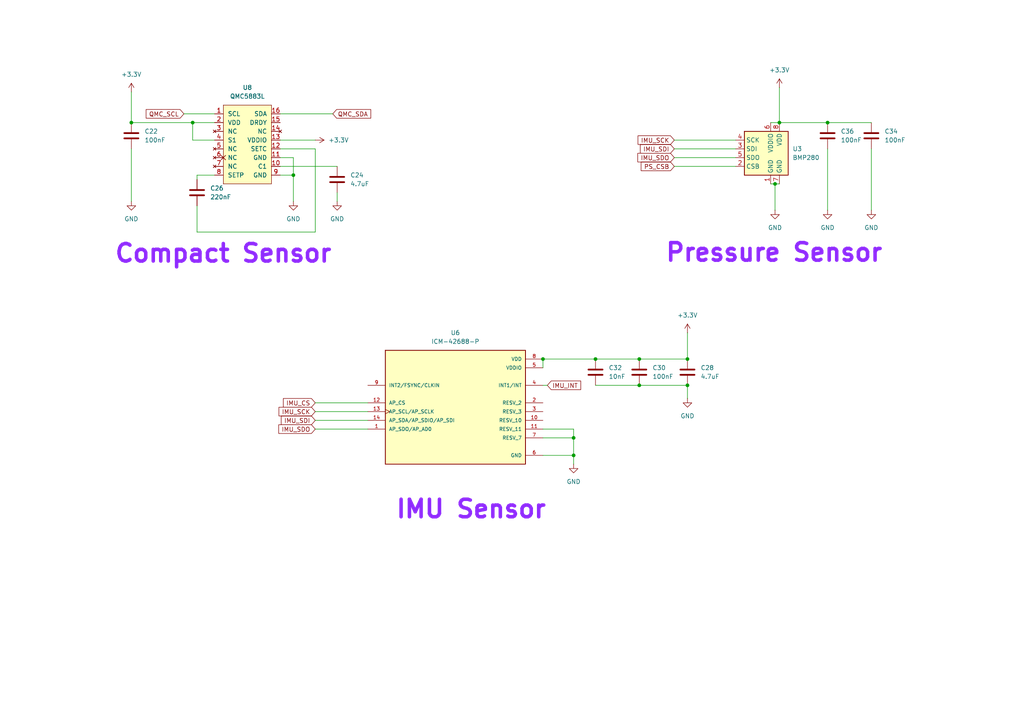
<source format=kicad_sch>
(kicad_sch (version 20250114) (generator "eeschema") (generator_version "9.0")
  (paper "A4")
  (lib_symbols
    (symbol "Device:CAP0402" (pin_numbers (hide yes)) (pin_names (offset 0.254))
      (property "Reference" "C" (at 0.635 2.54 0))
      (property "Value" "?uF" (at 0.635 -2.54 0))
      (symbol "CAP0402_0_1"
        (polyline (pts (xy -2.032 0.762) (xy 2.032 0.762)) (stroke (width 0.508)))
        (polyline (pts (xy -2.032 -0.762) (xy 2.032 -0.762)) (stroke (width 0.508)))
      )
      (symbol "CAP0402_1_1"
        (pin passive line (at 0 3.81 270) (length 2.794) (name "~") (number "1"))
        (pin passive line (at 0 -3.81 90) (length 2.794) (name "~") (number "2"))
      )
    )
    (symbol "Sensor_Magnetic:QMC5883L" (pin_names (offset 1.27))
      (property "Reference" "U" (at 0.508 1.27 0))
      (property "Value" "QMC5883L" (at 9.906 -24.13 0))
      (symbol "QMC5883L_1_1"
        (rectangle (start 0 0) (end 13.97 -22.86) (fill (type background)))
        (pin bidirectional line (at -2.54 -2.54 0) (length 2.54) (name "SCL") (number "1"))
        (pin power_in line (at -2.54 -5.08 0) (length 2.54) (name "VDD") (number "2"))
        (pin no_connect line (at -2.54 -7.62 0) (length 2.54) (name "NC") (number "3"))
        (pin bidirectional line (at -2.54 -10.16 0) (length 2.54) (name "S1") (number "4"))
        (pin no_connect line (at -2.54 -12.7 0) (length 2.54) (name "NC") (number "5"))
        (pin no_connect non_logic (at -2.54 -15.24 0) (length 2.54) (name "NC") (number "6"))
        (pin no_connect line (at -2.54 -17.78 0) (length 2.54) (name "NC") (number "7"))
        (pin input line (at -2.54 -20.32 0) (length 2.54) (name "SETP") (number "8"))
        (pin bidirectional line (at 16.51 -2.54 180) (length 2.54) (name "SDA") (number "16"))
        (pin bidirectional line (at 16.51 -5.08 180) (length 2.54) (name "DRDY") (number "15"))
        (pin no_connect line (at 16.51 -7.62 180) (length 2.54) (name "NC") (number "14"))
        (pin power_in line (at 16.51 -10.16 180) (length 2.54) (name "VDDIO") (number "13"))
        (pin input line (at 16.51 -12.7 180) (length 2.54) (name "SETC") (number "12"))
        (pin power_in line (at 16.51 -15.24 180) (length 2.54) (name "GND") (number "11"))
        (pin bidirectional line (at 16.51 -17.78 180) (length 2.54) (name "C1") (number "10"))
        (pin power_in line (at 16.51 -20.32 180) (length 2.54) (name "GND") (number "9"))
      )
    )
    (symbol "Sensor_Motion:ICM-42688-P" (pin_names (offset 1.016))
      (property "Reference" "U" (at -20.32 16.002 0))
      (property "Value" "ICM-42688-P" (at -20.32 -20.32 0))
      (symbol "ICM-42688-P_0_0"
        (rectangle (start -20.32 -17.78) (end 20.32 15.24) (stroke (width 0.254)) (fill (type background)))
        (pin bidirectional line (at -25.4 5.08 0) (length 5.08) (name "INT2/FSYNC/CLKIN") (number "9"))
        (pin input line (at -25.4 0 0) (length 5.08) (name "AP_CS") (number "12"))
        (pin input clock (at -25.4 -2.54 0) (length 5.08) (name "AP_SCL/AP_SCLK") (number "13"))
        (pin bidirectional line (at -25.4 -5.08 0) (length 5.08) (name "AP_SDA/AP_SDIO/AP_SDI") (number "14"))
        (pin bidirectional line (at -25.4 -7.62 0) (length 5.08) (name "AP_SDO/AP_AD0") (number "1"))
        (pin power_in line (at 25.4 12.7 180) (length 5.08) (name "VDD") (number "8"))
        (pin power_in line (at 25.4 10.16 180) (length 5.08) (name "VDDIO") (number "5"))
        (pin output line (at 25.4 5.08 180) (length 5.08) (name "INT1/INT") (number "4"))
        (pin passive line (at 25.4 0 180) (length 5.08) (name "RESV_2") (number "2"))
        (pin passive line (at 25.4 -2.54 180) (length 5.08) (name "RESV_3") (number "3"))
        (pin passive line (at 25.4 -5.08 180) (length 5.08) (name "RESV_10") (number "10"))
        (pin passive line (at 25.4 -7.62 180) (length 5.08) (name "RESV_11") (number "11"))
        (pin passive line (at 25.4 -10.16 180) (length 5.08) (name "RESV_7") (number "7"))
        (pin power_in line (at 25.4 -15.24 180) (length 5.08) (name "GND") (number "6"))
      )
    )
    (symbol "Sensor_Pressure:BMP280"
      (property "Reference" "U" (at -7.62 10.16 0))
      (property "Value" "BMP280" (at 5.08 10.16 0))
      (symbol "BMP280_0_1"
        (rectangle (start -7.62 -5.08) (end 5.08 7.62) (stroke (width 0.254)) (fill (type background)))
      )
      (symbol "BMP280_1_1"
        (pin input line (at -10.16 5.08 0) (length 2.54) (name "SCK") (number "4"))
        (pin bidirectional line (at -10.16 2.54 0) (length 2.54) (name "SDI") (number "3"))
        (pin bidirectional line (at -10.16 0 0) (length 2.54) (name "SDO") (number "5"))
        (pin input line (at -10.16 -2.54 0) (length 2.54) (name "CSB") (number "2"))
        (pin power_in line (at 0 10.16 270) (length 2.54) (name "VDDIO") (number "6"))
        (pin power_in line (at 0 -7.62 90) (length 2.54) (name "GND") (number "1"))
        (pin power_in line (at 2.54 10.16 270) (length 2.54) (name "VDD") (number "8"))
        (pin power_in line (at 2.54 -7.62 90) (length 2.54) (name "GND") (number "7"))
      )
    )
    (symbol "power:+3.3V" (power) (pin_numbers (hide yes)) (pin_names (offset 0) (hide yes))
      (property "Value" "+3.3V" (at 0 3.556 0))
      (symbol "+3.3V_0_1"
        (polyline (pts (xy -0.762 1.27) (xy 0 2.54)))
        (polyline (pts (xy 0 2.54) (xy 0.762 1.27)))
        (polyline (pts (xy 0 0) (xy 0 2.54)))
      )
      (symbol "+3.3V_1_1"
        (pin power_in line (at 0 0 90) (length 0) (name "~") (number "1"))
      )
    )
    (symbol "power:GND" (power) (pin_numbers (hide yes)) (pin_names (offset 0) (hide yes))
      (property "Value" "GND" (at 0 -3.81 0))
      (symbol "GND_0_1"
        (polyline (pts (xy 0 0) (xy 0 -1.27) (xy 1.27 -1.27) (xy 0 -2.54) (xy -1.27 -1.27) (xy 0 -1.27)))
      )
      (symbol "GND_1_1"
        (pin power_in line (at 0 0 270) (length 0) (name "~") (number "1"))
      )
    )
  )
  (text "IMU Sensor" (at 136.652 147.828 0) (effects (font (size 5.08 5.08) (thickness 1.016) (bold yes))))
  (text "Pressure Sensor" (at 224.536 73.406 0) (effects (font (size 5.08 5.08) (thickness 1.016) (bold yes))))
  (text "Compact Sensor" (at 64.77 73.66 0) (effects (font (size 5.08 5.08) (thickness 1.016) (bold yes))))
  (junction (at 85.09 50.8))
  (junction (at 166.37 132.08))
  (junction (at 55.88 35.56))
  (junction (at 38.1 35.56))
  (junction (at 185.42 111.76))
  (junction (at 185.42 104.14))
  (junction (at 226.06 35.56))
  (junction (at 199.39 111.76))
  (junction (at 224.79 53.34))
  (junction (at 199.39 104.14))
  (junction (at 166.37 127))
  (junction (at 240.03 35.56))
  (junction (at 157.48 104.14))
  (junction (at 172.72 104.14))
  (wire (pts (xy 185.42 111.76) (xy 199.39 111.76)))
  (wire (pts (xy 195.58 43.18) (xy 213.36 43.18)))
  (wire (pts (xy 97.79 55.88) (xy 97.79 58.42)))
  (wire (pts (xy 55.88 35.56) (xy 62.23 35.56)))
  (wire (pts (xy 57.15 67.31) (xy 91.44 67.31)))
  (wire (pts (xy 157.48 111.76) (xy 158.75 111.76)))
  (wire (pts (xy 195.58 45.72) (xy 213.36 45.72)))
  (wire (pts (xy 172.72 111.76) (xy 185.42 111.76)))
  (wire (pts (xy 157.48 124.46) (xy 166.37 124.46)))
  (wire (pts (xy 81.28 33.02) (xy 96.52 33.02)))
  (wire (pts (xy 55.88 40.64) (xy 55.88 35.56)))
  (wire (pts (xy 38.1 26.67) (xy 38.1 35.56)))
  (wire (pts (xy 62.23 40.64) (xy 55.88 40.64)))
  (wire (pts (xy 199.39 111.76) (xy 199.39 115.57)))
  (wire (pts (xy 81.28 45.72) (xy 85.09 45.72)))
  (wire (pts (xy 224.79 53.34) (xy 224.79 60.96)))
  (wire (pts (xy 91.44 119.38) (xy 106.68 119.38)))
  (wire (pts (xy 252.73 60.96) (xy 252.73 43.18)))
  (wire (pts (xy 81.28 50.8) (xy 85.09 50.8)))
  (wire (pts (xy 157.48 132.08) (xy 166.37 132.08)))
  (wire (pts (xy 38.1 35.56) (xy 55.88 35.56)))
  (wire (pts (xy 223.52 35.56) (xy 226.06 35.56)))
  (wire (pts (xy 85.09 45.72) (xy 85.09 50.8)))
  (wire (pts (xy 62.23 50.8) (xy 57.15 50.8)))
  (wire (pts (xy 85.09 50.8) (xy 85.09 58.42)))
  (wire (pts (xy 91.44 124.46) (xy 106.68 124.46)))
  (wire (pts (xy 157.48 104.14) (xy 172.72 104.14)))
  (wire (pts (xy 166.37 132.08) (xy 166.37 134.62)))
  (wire (pts (xy 81.28 48.26) (xy 97.79 48.26)))
  (wire (pts (xy 157.48 127) (xy 166.37 127)))
  (wire (pts (xy 166.37 124.46) (xy 166.37 127)))
  (wire (pts (xy 166.37 127) (xy 166.37 132.08)))
  (wire (pts (xy 195.58 40.64) (xy 213.36 40.64)))
  (wire (pts (xy 223.52 53.34) (xy 224.79 53.34)))
  (wire (pts (xy 226.06 25.4) (xy 226.06 35.56)))
  (wire (pts (xy 172.72 104.14) (xy 185.42 104.14)))
  (wire (pts (xy 240.03 35.56) (xy 252.73 35.56)))
  (wire (pts (xy 91.44 116.84) (xy 106.68 116.84)))
  (wire (pts (xy 199.39 96.52) (xy 199.39 104.14)))
  (wire (pts (xy 53.34 33.02) (xy 62.23 33.02)))
  (wire (pts (xy 157.48 104.14) (xy 157.48 106.68)))
  (wire (pts (xy 91.44 67.31) (xy 91.44 43.18)))
  (wire (pts (xy 81.28 40.64) (xy 91.44 40.64)))
  (wire (pts (xy 91.44 121.92) (xy 106.68 121.92)))
  (wire (pts (xy 38.1 43.18) (xy 38.1 58.42)))
  (wire (pts (xy 57.15 50.8) (xy 57.15 52.07)))
  (wire (pts (xy 91.44 43.18) (xy 81.28 43.18)))
  (wire (pts (xy 224.79 53.34) (xy 226.06 53.34)))
  (wire (pts (xy 57.15 59.69) (xy 57.15 67.31)))
  (wire (pts (xy 195.58 48.26) (xy 213.36 48.26)))
  (wire (pts (xy 240.03 43.18) (xy 240.03 60.96)))
  (wire (pts (xy 185.42 104.14) (xy 199.39 104.14)))
  (wire (pts (xy 226.06 35.56) (xy 240.03 35.56)))
  (global_label "QMC_SCL" (shape input) (at 53.34 33.02 180) (property "Intersheetrefs" "${INTERSHEET_REFS}" (effects (hide yes))))
  (global_label "IMU_CS" (shape input) (at 91.44 116.84 180) (property "Intersheetrefs" "${INTERSHEET_REFS}" (effects (hide yes))))
  (global_label "IMU_SDI" (shape input) (at 195.58 43.18 180) (property "Intersheetrefs" "${INTERSHEET_REFS}" (effects (hide yes))))
  (global_label "IMU_SDO" (shape input) (at 195.58 45.72 180) (property "Intersheetrefs" "${INTERSHEET_REFS}" (effects (hide yes))))
  (global_label "IMU_SDO" (shape input) (at 91.44 124.46 180) (property "Intersheetrefs" "${INTERSHEET_REFS}" (effects (hide yes))))
  (global_label "IMU_SDI" (shape input) (at 91.44 121.92 180) (property "Intersheetrefs" "${INTERSHEET_REFS}" (effects (hide yes))))
  (global_label "IMU_SCK" (shape input) (at 195.58 40.64 180) (property "Intersheetrefs" "${INTERSHEET_REFS}" (effects (hide yes))))
  (global_label "IMU_INT" (shape input) (at 158.75 111.76 0) (property "Intersheetrefs" "${INTERSHEET_REFS}" (effects (hide yes))))
  (global_label "PS_CSB" (shape input) (at 195.58 48.26 180) (property "Intersheetrefs" "${INTERSHEET_REFS}" (effects (hide yes))))
  (global_label "QMC_SDA" (shape input) (at 96.52 33.02 0) (property "Intersheetrefs" "${INTERSHEET_REFS}" (effects (hide yes))))
  (global_label "IMU_SCK" (shape input) (at 91.44 119.38 180) (property "Intersheetrefs" "${INTERSHEET_REFS}" (effects (hide yes))))
  (symbol (lib_id "Device:CAP0402") (at 199.39 107.95 0) (unit 1)
    (property "Reference" "C28" (at 203.2 106.6799 0) (effects (justify left)))
    (property "Value" "4.7uF" (at 203.2 109.2199 0) (effects (justify left)))
    (property "Footprint" "Capacitor_SMD:C_0402_1005Metric" (effects (hide yes)))
    (property "Description" "Unpolarized capacitor" (effects (hide yes)))
  )
  (symbol (lib_id "power:GND") (at 97.79 58.42 0) (unit 1)
    (property "Reference" "#PWR040" (effects (hide yes)))
    (property "Value" "GND" (at 97.79 63.5 0))
    (property "Description" "Power symbol creates a global label with name \"GND\" , ground" (effects (hide yes)))
  )
  (symbol (lib_id "Device:CAP0402") (at 240.03 39.37 0) (unit 1)
    (property "Reference" "C36" (at 243.84 38.0999 0) (effects (justify left)))
    (property "Value" "100nF" (at 243.84 40.6399 0) (effects (justify left)))
    (property "Footprint" "Capacitor_SMD:C_0402_1005Metric" (effects (hide yes)))
    (property "Description" "Unpolarized capacitor" (effects (hide yes)))
  )
  (symbol (lib_id "Sensor_Pressure:BMP280") (at 223.52 45.72 0) (unit 1)
    (property "Reference" "U3" (at 229.87 43.1799 0) (effects (justify left)))
    (property "Value" "BMP280" (at 229.87 45.7199 0) (effects (justify left)))
    (property "Footprint" "Package_LGA:Bosch_LGA-8_2x2.5mm_P0.65mm_ClockwisePinNumbering" (effects (hide yes)))
    (property "Datasheet" "https://ae-bst.resource.bosch.com/media/_tech/media/datasheets/BST-BMP280-DS001.pdf" (effects (hide yes)))
    (property "Description" "Absolute Barometric Pressure Sensor, LGA-8" (effects (hide yes)))
    (instances (project "" (path "" (reference "U3") (unit 1)) (path "" (reference "U5") (unit 1))))
  )
  (symbol (lib_id "power:GND") (at 85.09 58.42 0) (unit 1)
    (property "Reference" "#PWR038" (effects (hide yes)))
    (property "Value" "GND" (at 85.09 63.5 0))
    (property "Description" "Power symbol creates a global label with name \"GND\" , ground" (effects (hide yes)))
  )
  (symbol (lib_id "Device:CAP0402") (at 38.1 39.37 0) (unit 1)
    (property "Reference" "C22" (at 41.91 38.0999 0) (effects (justify left)))
    (property "Value" "100nF" (at 41.91 40.6399 0) (effects (justify left)))
    (property "Footprint" "Capacitor_SMD:C_0402_1005Metric" (effects (hide yes)))
    (property "Description" "Unpolarized capacitor" (effects (hide yes)))
  )
  (symbol (lib_id "Device:CAP0402") (at 172.72 107.95 0) (unit 1)
    (property "Reference" "C32" (at 176.53 106.6799 0) (effects (justify left)))
    (property "Value" "10nF" (at 176.53 109.2199 0) (effects (justify left)))
    (property "Footprint" "Capacitor_SMD:C_0402_1005Metric" (effects (hide yes)))
    (property "Description" "Unpolarized capacitor" (effects (hide yes)))
  )
  (symbol (lib_id "Device:CAP0402") (at 57.15 55.88 0) (unit 1)
    (property "Reference" "C26" (at 60.96 54.6099 0) (effects (justify left)))
    (property "Value" "220nF" (at 60.96 57.1499 0) (effects (justify left)))
    (property "Footprint" "Capacitor_SMD:C_0402_1005Metric" (effects (hide yes)))
    (property "Description" "Unpolarized capacitor" (effects (hide yes)))
  )
  (symbol (lib_id "power:GND") (at 199.39 115.57 0) (unit 1)
    (property "Reference" "#PWR046" (effects (hide yes)))
    (property "Value" "GND" (at 199.39 120.65 0))
    (property "Description" "Power symbol creates a global label with name \"GND\" , ground" (effects (hide yes)))
  )
  (symbol (lib_id "power:+3.3V") (at 38.1 26.67 0) (unit 1)
    (property "Reference" "#PWR036" (effects (hide yes)))
    (property "Value" "+3.3V" (at 38.1 21.59 0))
    (property "Description" "Power symbol creates a global label with name \"+3.3V\"" (effects (hide yes)))
  )
  (symbol (lib_id "Device:CAP0402") (at 252.73 39.37 0) (unit 1)
    (property "Reference" "C34" (at 256.54 38.0999 0) (effects (justify left)))
    (property "Value" "100nF" (at 256.54 40.6399 0) (effects (justify left)))
    (property "Footprint" "Capacitor_SMD:C_0402_1005Metric" (effects (hide yes)))
    (property "Description" "Unpolarized capacitor" (effects (hide yes)))
  )
  (symbol (lib_id "power:GND") (at 224.79 60.96 0) (unit 1)
    (property "Reference" "#PWR07" (effects (hide yes)))
    (property "Value" "GND" (at 224.79 66.04 0))
    (property "Description" "Power symbol creates a global label with name \"GND\" , ground" (effects (hide yes)))
    (instances (project "" (path "" (reference "#PWR07") (unit 1)) (path "" (reference "#PWR09") (unit 1))))
  )
  (symbol (lib_id "power:GND") (at 240.03 60.96 0) (unit 1)
    (property "Reference" "#PWR050" (effects (hide yes)))
    (property "Value" "GND" (at 240.03 66.04 0))
    (property "Description" "Power symbol creates a global label with name \"GND\" , ground" (effects (hide yes)))
  )
  (symbol (lib_id "Sensor_Magnetic:QMC5883L") (at 64.77 30.48 0) (unit 1)
    (property "Reference" "U8" (at 71.755 25.4 0))
    (property "Value" "QMC5883L" (at 71.755 27.94 0))
    (property "Footprint" "Package_LGA:LGA-16_3x3mm_P0.5mm" (effects (hide yes)))
    (instances (project "" (path "" (reference "U8") (unit 1)) (path "" (reference "U9") (unit 1))))
  )
  (symbol (lib_id "power:GND") (at 38.1 58.42 0) (unit 1)
    (property "Reference" "#PWR042" (effects (hide yes)))
    (property "Value" "GND" (at 38.1 63.5 0))
    (property "Description" "Power symbol creates a global label with name \"GND\" , ground" (effects (hide yes)))
  )
  (symbol (lib_id "Sensor_Motion:ICM-42688-P") (at 132.08 116.84 0) (unit 1)
    (property "Reference" "U6" (at 132.08 96.52 0))
    (property "Value" "ICM-42688-P" (at 132.08 99.06 0))
    (property "Footprint" "Sensor_Motion:PQFN50P300X250X97-14N" (effects (hide yes)))
    (property "PARTREV" "1.2" (effects (hide yes)))
    (property "STANDARD" "IPC-7351B" (effects (hide yes)))
    (property "MAXIMUM_PACKAGE_HEIGHT" "0.97mm" (effects (hide yes)))
    (property "MANUFACTURER" "TDK InvenSense" (effects (hide yes)))
    (instances (project "" (path "" (reference "U6") (unit 1)) (path "" (reference "U7") (unit 1))))
  )
  (symbol (lib_id "power:+3.3V") (at 226.06 25.4 0) (unit 1)
    (property "Reference" "#PWR048" (effects (hide yes)))
    (property "Value" "+3.3V" (at 226.06 20.32 0))
    (property "Description" "Power symbol creates a global label with name \"+3.3V\"" (effects (hide yes)))
  )
  (symbol (lib_id "Device:CAP0402") (at 185.42 107.95 0) (unit 1)
    (property "Reference" "C30" (at 189.23 106.6799 0) (effects (justify left)))
    (property "Value" "100nF" (at 189.23 109.2199 0) (effects (justify left)))
    (property "Footprint" "Capacitor_SMD:C_0402_1005Metric" (effects (hide yes)))
    (property "Description" "Unpolarized capacitor" (effects (hide yes)))
  )
  (symbol (lib_id "power:GND") (at 166.37 134.62 0) (unit 1)
    (property "Reference" "#PWR025" (effects (hide yes)))
    (property "Value" "GND" (at 166.37 139.7 0))
    (property "Description" "Power symbol creates a global label with name \"GND\" , ground" (effects (hide yes)))
  )
  (symbol (lib_id "power:+3.3V") (at 91.44 40.64 270) (unit 1)
    (property "Reference" "#PWR044" (effects (hide yes)))
    (property "Value" "+3.3V" (at 95.25 40.6399 90) (effects (justify left)))
    (property "Description" "Power symbol creates a global label with name \"+3.3V\"" (effects (hide yes)))
  )
  (symbol (lib_id "power:+3.3V") (at 199.39 96.52 0) (unit 1)
    (property "Reference" "#PWR034" (effects (hide yes)))
    (property "Value" "+3.3V" (at 199.39 91.44 0))
    (property "Description" "Power symbol creates a global label with name \"+3.3V\"" (effects (hide yes)))
  )
  (symbol (lib_id "Device:CAP0402") (at 97.79 52.07 0) (unit 1)
    (property "Reference" "C24" (at 101.6 50.7999 0) (effects (justify left)))
    (property "Value" "4.7uF" (at 101.6 53.3399 0) (effects (justify left)))
    (property "Footprint" "Capacitor_SMD:C_0402_1005Metric" (effects (hide yes)))
    (property "Description" "Unpolarized capacitor" (effects (hide yes)))
  )
  (symbol (lib_id "power:GND") (at 252.73 60.96 0) (unit 1)
    (property "Reference" "#PWR052" (effects (hide yes)))
    (property "Value" "GND" (at 252.73 66.04 0))
    (property "Description" "Power symbol creates a global label with name \"GND\" , ground" (effects (hide yes)))
  )
)
</source>
